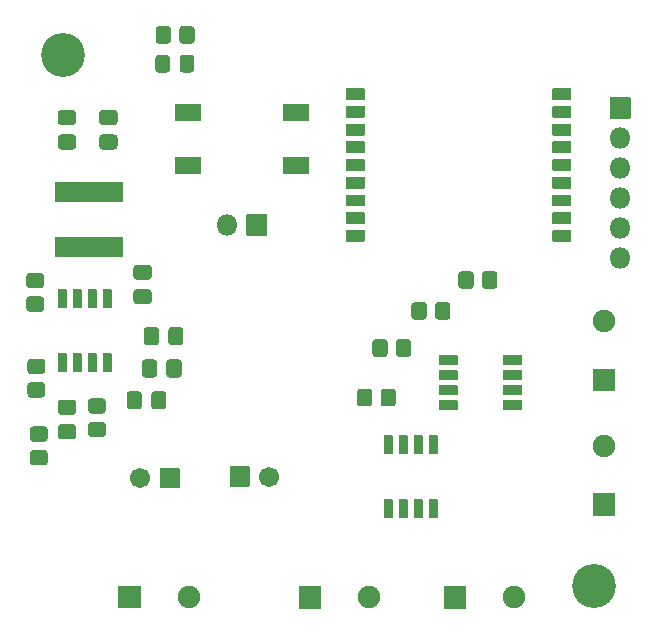
<source format=gts>
G04 #@! TF.GenerationSoftware,KiCad,Pcbnew,(5.1.8-0-10_14)*
G04 #@! TF.CreationDate,2021-10-21T22:22:27-07:00*
G04 #@! TF.ProjectId,ESP8266_12v_Relay,45535038-3236-4365-9f31-32765f52656c,rev?*
G04 #@! TF.SameCoordinates,Original*
G04 #@! TF.FileFunction,Soldermask,Top*
G04 #@! TF.FilePolarity,Negative*
%FSLAX46Y46*%
G04 Gerber Fmt 4.6, Leading zero omitted, Abs format (unit mm)*
G04 Created by KiCad (PCBNEW (5.1.8-0-10_14)) date 2021-10-21 22:22:27*
%MOMM*%
%LPD*%
G01*
G04 APERTURE LIST*
%ADD10C,3.716000*%
%ADD11C,1.901600*%
%ADD12O,1.801600X1.801600*%
%ADD13C,1.701600*%
G04 APERTURE END LIST*
G36*
G01*
X233287000Y-84566400D02*
X231787000Y-84566400D01*
G75*
G02*
X231736200Y-84515600I0J50800D01*
G01*
X231736200Y-83615600D01*
G75*
G02*
X231787000Y-83564800I50800J0D01*
G01*
X233287000Y-83564800D01*
G75*
G02*
X233337800Y-83615600I0J-50800D01*
G01*
X233337800Y-84515600D01*
G75*
G02*
X233287000Y-84566400I-50800J0D01*
G01*
G37*
G36*
G01*
X233287000Y-86066400D02*
X231787000Y-86066400D01*
G75*
G02*
X231736200Y-86015600I0J50800D01*
G01*
X231736200Y-85115600D01*
G75*
G02*
X231787000Y-85064800I50800J0D01*
G01*
X233287000Y-85064800D01*
G75*
G02*
X233337800Y-85115600I0J-50800D01*
G01*
X233337800Y-86015600D01*
G75*
G02*
X233287000Y-86066400I-50800J0D01*
G01*
G37*
G36*
G01*
X233287000Y-87566400D02*
X231787000Y-87566400D01*
G75*
G02*
X231736200Y-87515600I0J50800D01*
G01*
X231736200Y-86615600D01*
G75*
G02*
X231787000Y-86564800I50800J0D01*
G01*
X233287000Y-86564800D01*
G75*
G02*
X233337800Y-86615600I0J-50800D01*
G01*
X233337800Y-87515600D01*
G75*
G02*
X233287000Y-87566400I-50800J0D01*
G01*
G37*
G36*
G01*
X233287000Y-89066400D02*
X231787000Y-89066400D01*
G75*
G02*
X231736200Y-89015600I0J50800D01*
G01*
X231736200Y-88115600D01*
G75*
G02*
X231787000Y-88064800I50800J0D01*
G01*
X233287000Y-88064800D01*
G75*
G02*
X233337800Y-88115600I0J-50800D01*
G01*
X233337800Y-89015600D01*
G75*
G02*
X233287000Y-89066400I-50800J0D01*
G01*
G37*
G36*
G01*
X233287000Y-90566400D02*
X231787000Y-90566400D01*
G75*
G02*
X231736200Y-90515600I0J50800D01*
G01*
X231736200Y-89615600D01*
G75*
G02*
X231787000Y-89564800I50800J0D01*
G01*
X233287000Y-89564800D01*
G75*
G02*
X233337800Y-89615600I0J-50800D01*
G01*
X233337800Y-90515600D01*
G75*
G02*
X233287000Y-90566400I-50800J0D01*
G01*
G37*
G36*
G01*
X233287000Y-92066400D02*
X231787000Y-92066400D01*
G75*
G02*
X231736200Y-92015600I0J50800D01*
G01*
X231736200Y-91115600D01*
G75*
G02*
X231787000Y-91064800I50800J0D01*
G01*
X233287000Y-91064800D01*
G75*
G02*
X233337800Y-91115600I0J-50800D01*
G01*
X233337800Y-92015600D01*
G75*
G02*
X233287000Y-92066400I-50800J0D01*
G01*
G37*
G36*
G01*
X233287000Y-93566400D02*
X231787000Y-93566400D01*
G75*
G02*
X231736200Y-93515600I0J50800D01*
G01*
X231736200Y-92615600D01*
G75*
G02*
X231787000Y-92564800I50800J0D01*
G01*
X233287000Y-92564800D01*
G75*
G02*
X233337800Y-92615600I0J-50800D01*
G01*
X233337800Y-93515600D01*
G75*
G02*
X233287000Y-93566400I-50800J0D01*
G01*
G37*
G36*
G01*
X233287000Y-95066400D02*
X231787000Y-95066400D01*
G75*
G02*
X231736200Y-95015600I0J50800D01*
G01*
X231736200Y-94115600D01*
G75*
G02*
X231787000Y-94064800I50800J0D01*
G01*
X233287000Y-94064800D01*
G75*
G02*
X233337800Y-94115600I0J-50800D01*
G01*
X233337800Y-95015600D01*
G75*
G02*
X233287000Y-95066400I-50800J0D01*
G01*
G37*
G36*
G01*
X233287000Y-96566400D02*
X231787000Y-96566400D01*
G75*
G02*
X231736200Y-96515600I0J50800D01*
G01*
X231736200Y-95615600D01*
G75*
G02*
X231787000Y-95564800I50800J0D01*
G01*
X233287000Y-95564800D01*
G75*
G02*
X233337800Y-95615600I0J-50800D01*
G01*
X233337800Y-96515600D01*
G75*
G02*
X233287000Y-96566400I-50800J0D01*
G01*
G37*
G36*
G01*
X250787000Y-96566400D02*
X249287000Y-96566400D01*
G75*
G02*
X249236200Y-96515600I0J50800D01*
G01*
X249236200Y-95615600D01*
G75*
G02*
X249287000Y-95564800I50800J0D01*
G01*
X250787000Y-95564800D01*
G75*
G02*
X250837800Y-95615600I0J-50800D01*
G01*
X250837800Y-96515600D01*
G75*
G02*
X250787000Y-96566400I-50800J0D01*
G01*
G37*
G36*
G01*
X250787000Y-95066400D02*
X249287000Y-95066400D01*
G75*
G02*
X249236200Y-95015600I0J50800D01*
G01*
X249236200Y-94115600D01*
G75*
G02*
X249287000Y-94064800I50800J0D01*
G01*
X250787000Y-94064800D01*
G75*
G02*
X250837800Y-94115600I0J-50800D01*
G01*
X250837800Y-95015600D01*
G75*
G02*
X250787000Y-95066400I-50800J0D01*
G01*
G37*
G36*
G01*
X250787000Y-93566400D02*
X249287000Y-93566400D01*
G75*
G02*
X249236200Y-93515600I0J50800D01*
G01*
X249236200Y-92615600D01*
G75*
G02*
X249287000Y-92564800I50800J0D01*
G01*
X250787000Y-92564800D01*
G75*
G02*
X250837800Y-92615600I0J-50800D01*
G01*
X250837800Y-93515600D01*
G75*
G02*
X250787000Y-93566400I-50800J0D01*
G01*
G37*
G36*
G01*
X250787000Y-92066400D02*
X249287000Y-92066400D01*
G75*
G02*
X249236200Y-92015600I0J50800D01*
G01*
X249236200Y-91115600D01*
G75*
G02*
X249287000Y-91064800I50800J0D01*
G01*
X250787000Y-91064800D01*
G75*
G02*
X250837800Y-91115600I0J-50800D01*
G01*
X250837800Y-92015600D01*
G75*
G02*
X250787000Y-92066400I-50800J0D01*
G01*
G37*
G36*
G01*
X250787000Y-90566400D02*
X249287000Y-90566400D01*
G75*
G02*
X249236200Y-90515600I0J50800D01*
G01*
X249236200Y-89615600D01*
G75*
G02*
X249287000Y-89564800I50800J0D01*
G01*
X250787000Y-89564800D01*
G75*
G02*
X250837800Y-89615600I0J-50800D01*
G01*
X250837800Y-90515600D01*
G75*
G02*
X250787000Y-90566400I-50800J0D01*
G01*
G37*
G36*
G01*
X250787000Y-89066400D02*
X249287000Y-89066400D01*
G75*
G02*
X249236200Y-89015600I0J50800D01*
G01*
X249236200Y-88115600D01*
G75*
G02*
X249287000Y-88064800I50800J0D01*
G01*
X250787000Y-88064800D01*
G75*
G02*
X250837800Y-88115600I0J-50800D01*
G01*
X250837800Y-89015600D01*
G75*
G02*
X250787000Y-89066400I-50800J0D01*
G01*
G37*
G36*
G01*
X250787000Y-87566400D02*
X249287000Y-87566400D01*
G75*
G02*
X249236200Y-87515600I0J50800D01*
G01*
X249236200Y-86615600D01*
G75*
G02*
X249287000Y-86564800I50800J0D01*
G01*
X250787000Y-86564800D01*
G75*
G02*
X250837800Y-86615600I0J-50800D01*
G01*
X250837800Y-87515600D01*
G75*
G02*
X250787000Y-87566400I-50800J0D01*
G01*
G37*
G36*
G01*
X250787000Y-86066400D02*
X249287000Y-86066400D01*
G75*
G02*
X249236200Y-86015600I0J50800D01*
G01*
X249236200Y-85115600D01*
G75*
G02*
X249287000Y-85064800I50800J0D01*
G01*
X250787000Y-85064800D01*
G75*
G02*
X250837800Y-85115600I0J-50800D01*
G01*
X250837800Y-86015600D01*
G75*
G02*
X250787000Y-86066400I-50800J0D01*
G01*
G37*
G36*
G01*
X250787000Y-84566400D02*
X249287000Y-84566400D01*
G75*
G02*
X249236200Y-84515600I0J50800D01*
G01*
X249236200Y-83615600D01*
G75*
G02*
X249287000Y-83564800I50800J0D01*
G01*
X250787000Y-83564800D01*
G75*
G02*
X250837800Y-83615600I0J-50800D01*
G01*
X250837800Y-84515600D01*
G75*
G02*
X250787000Y-84566400I-50800J0D01*
G01*
G37*
D10*
X252730000Y-125730000D03*
G36*
G01*
X208631783Y-86672000D02*
X207623417Y-86672000D01*
G75*
G02*
X207351800Y-86400383I0J271617D01*
G01*
X207351800Y-85667017D01*
G75*
G02*
X207623417Y-85395400I271617J0D01*
G01*
X208631783Y-85395400D01*
G75*
G02*
X208903400Y-85667017I0J-271617D01*
G01*
X208903400Y-86400383D01*
G75*
G02*
X208631783Y-86672000I-271617J0D01*
G01*
G37*
G36*
G01*
X208631783Y-88747000D02*
X207623417Y-88747000D01*
G75*
G02*
X207351800Y-88475383I0J271617D01*
G01*
X207351800Y-87742017D01*
G75*
G02*
X207623417Y-87470400I271617J0D01*
G01*
X208631783Y-87470400D01*
G75*
G02*
X208903400Y-87742017I0J-271617D01*
G01*
X208903400Y-88475383D01*
G75*
G02*
X208631783Y-88747000I-271617J0D01*
G01*
G37*
G36*
G01*
X215032583Y-101853400D02*
X214024217Y-101853400D01*
G75*
G02*
X213752600Y-101581783I0J271617D01*
G01*
X213752600Y-100848417D01*
G75*
G02*
X214024217Y-100576800I271617J0D01*
G01*
X215032583Y-100576800D01*
G75*
G02*
X215304200Y-100848417I0J-271617D01*
G01*
X215304200Y-101581783D01*
G75*
G02*
X215032583Y-101853400I-271617J0D01*
G01*
G37*
G36*
G01*
X215032583Y-99778400D02*
X214024217Y-99778400D01*
G75*
G02*
X213752600Y-99506783I0J271617D01*
G01*
X213752600Y-98773417D01*
G75*
G02*
X214024217Y-98501800I271617J0D01*
G01*
X215032583Y-98501800D01*
G75*
G02*
X215304200Y-98773417I0J-271617D01*
G01*
X215304200Y-99506783D01*
G75*
G02*
X215032583Y-99778400I-271617J0D01*
G01*
G37*
G36*
G01*
X216553200Y-107793783D02*
X216553200Y-106785417D01*
G75*
G02*
X216824817Y-106513800I271617J0D01*
G01*
X217558183Y-106513800D01*
G75*
G02*
X217829800Y-106785417I0J-271617D01*
G01*
X217829800Y-107793783D01*
G75*
G02*
X217558183Y-108065400I-271617J0D01*
G01*
X216824817Y-108065400D01*
G75*
G02*
X216553200Y-107793783I0J271617D01*
G01*
G37*
G36*
G01*
X214478200Y-107793783D02*
X214478200Y-106785417D01*
G75*
G02*
X214749817Y-106513800I271617J0D01*
G01*
X215483183Y-106513800D01*
G75*
G02*
X215754800Y-106785417I0J-271617D01*
G01*
X215754800Y-107793783D01*
G75*
G02*
X215483183Y-108065400I-271617J0D01*
G01*
X214749817Y-108065400D01*
G75*
G02*
X214478200Y-107793783I0J271617D01*
G01*
G37*
G36*
G01*
X215261700Y-110486183D02*
X215261700Y-109477817D01*
G75*
G02*
X215533317Y-109206200I271617J0D01*
G01*
X216266683Y-109206200D01*
G75*
G02*
X216538300Y-109477817I0J-271617D01*
G01*
X216538300Y-110486183D01*
G75*
G02*
X216266683Y-110757800I-271617J0D01*
G01*
X215533317Y-110757800D01*
G75*
G02*
X215261700Y-110486183I0J271617D01*
G01*
G37*
G36*
G01*
X213186700Y-110486183D02*
X213186700Y-109477817D01*
G75*
G02*
X213458317Y-109206200I271617J0D01*
G01*
X214191683Y-109206200D01*
G75*
G02*
X214463300Y-109477817I0J-271617D01*
G01*
X214463300Y-110486183D01*
G75*
G02*
X214191683Y-110757800I-271617J0D01*
G01*
X213458317Y-110757800D01*
G75*
G02*
X213186700Y-110486183I0J271617D01*
G01*
G37*
G36*
G01*
X207623417Y-109931800D02*
X208631783Y-109931800D01*
G75*
G02*
X208903400Y-110203417I0J-271617D01*
G01*
X208903400Y-110936783D01*
G75*
G02*
X208631783Y-111208400I-271617J0D01*
G01*
X207623417Y-111208400D01*
G75*
G02*
X207351800Y-110936783I0J271617D01*
G01*
X207351800Y-110203417D01*
G75*
G02*
X207623417Y-109931800I271617J0D01*
G01*
G37*
G36*
G01*
X207623417Y-112006800D02*
X208631783Y-112006800D01*
G75*
G02*
X208903400Y-112278417I0J-271617D01*
G01*
X208903400Y-113011783D01*
G75*
G02*
X208631783Y-113283400I-271617J0D01*
G01*
X207623417Y-113283400D01*
G75*
G02*
X207351800Y-113011783I0J271617D01*
G01*
X207351800Y-112278417D01*
G75*
G02*
X207623417Y-112006800I271617J0D01*
G01*
G37*
D11*
X218440000Y-126644400D03*
G36*
G01*
X212489200Y-127544400D02*
X212489200Y-125744400D01*
G75*
G02*
X212540000Y-125693600I50800J0D01*
G01*
X214340000Y-125693600D01*
G75*
G02*
X214390800Y-125744400I0J-50800D01*
G01*
X214390800Y-127544400D01*
G75*
G02*
X214340000Y-127595200I-50800J0D01*
G01*
X212540000Y-127595200D01*
G75*
G02*
X212489200Y-127544400I0J50800D01*
G01*
G37*
D12*
X254965200Y-97942400D03*
X254965200Y-95402400D03*
X254965200Y-92862400D03*
X254965200Y-90322400D03*
X254965200Y-87782400D03*
G36*
G01*
X254064400Y-86092400D02*
X254064400Y-84392400D01*
G75*
G02*
X254115200Y-84341600I50800J0D01*
G01*
X255815200Y-84341600D01*
G75*
G02*
X255866000Y-84392400I0J-50800D01*
G01*
X255866000Y-86092400D01*
G75*
G02*
X255815200Y-86143200I-50800J0D01*
G01*
X254115200Y-86143200D01*
G75*
G02*
X254064400Y-86092400I0J50800D01*
G01*
G37*
G36*
G01*
X207106400Y-93136400D02*
X207106400Y-91536400D01*
G75*
G02*
X207157200Y-91485600I50800J0D01*
G01*
X212857200Y-91485600D01*
G75*
G02*
X212908000Y-91536400I0J-50800D01*
G01*
X212908000Y-93136400D01*
G75*
G02*
X212857200Y-93187200I-50800J0D01*
G01*
X207157200Y-93187200D01*
G75*
G02*
X207106400Y-93136400I0J50800D01*
G01*
G37*
G36*
G01*
X207106400Y-97836400D02*
X207106400Y-96236400D01*
G75*
G02*
X207157200Y-96185600I50800J0D01*
G01*
X212857200Y-96185600D01*
G75*
G02*
X212908000Y-96236400I0J-50800D01*
G01*
X212908000Y-97836400D01*
G75*
G02*
X212857200Y-97887200I-50800J0D01*
G01*
X207157200Y-97887200D01*
G75*
G02*
X207106400Y-97836400I0J50800D01*
G01*
G37*
G36*
G01*
X204955565Y-101187200D02*
X205914835Y-101187200D01*
G75*
G02*
X206186000Y-101458365I0J-271165D01*
G01*
X206186000Y-102217635D01*
G75*
G02*
X205914835Y-102488800I-271165J0D01*
G01*
X204955565Y-102488800D01*
G75*
G02*
X204684400Y-102217635I0J271165D01*
G01*
X204684400Y-101458365D01*
G75*
G02*
X204955565Y-101187200I271165J0D01*
G01*
G37*
G36*
G01*
X204955565Y-99187200D02*
X205914835Y-99187200D01*
G75*
G02*
X206186000Y-99458365I0J-271165D01*
G01*
X206186000Y-100217635D01*
G75*
G02*
X205914835Y-100488800I-271165J0D01*
G01*
X204955565Y-100488800D01*
G75*
G02*
X204684400Y-100217635I0J271165D01*
G01*
X204684400Y-99458365D01*
G75*
G02*
X204955565Y-99187200I271165J0D01*
G01*
G37*
G36*
G01*
X205057165Y-108451600D02*
X206016435Y-108451600D01*
G75*
G02*
X206287600Y-108722765I0J-271165D01*
G01*
X206287600Y-109482035D01*
G75*
G02*
X206016435Y-109753200I-271165J0D01*
G01*
X205057165Y-109753200D01*
G75*
G02*
X204786000Y-109482035I0J271165D01*
G01*
X204786000Y-108722765D01*
G75*
G02*
X205057165Y-108451600I271165J0D01*
G01*
G37*
G36*
G01*
X205057165Y-106451600D02*
X206016435Y-106451600D01*
G75*
G02*
X206287600Y-106722765I0J-271165D01*
G01*
X206287600Y-107482035D01*
G75*
G02*
X206016435Y-107753200I-271165J0D01*
G01*
X205057165Y-107753200D01*
G75*
G02*
X204786000Y-107482035I0J271165D01*
G01*
X204786000Y-106722765D01*
G75*
G02*
X205057165Y-106451600I271165J0D01*
G01*
G37*
G36*
G01*
X211147235Y-113106000D02*
X210187965Y-113106000D01*
G75*
G02*
X209916800Y-112834835I0J271165D01*
G01*
X209916800Y-112075565D01*
G75*
G02*
X210187965Y-111804400I271165J0D01*
G01*
X211147235Y-111804400D01*
G75*
G02*
X211418400Y-112075565I0J-271165D01*
G01*
X211418400Y-112834835D01*
G75*
G02*
X211147235Y-113106000I-271165J0D01*
G01*
G37*
G36*
G01*
X211147235Y-111106000D02*
X210187965Y-111106000D01*
G75*
G02*
X209916800Y-110834835I0J271165D01*
G01*
X209916800Y-110075565D01*
G75*
G02*
X210187965Y-109804400I271165J0D01*
G01*
X211147235Y-109804400D01*
G75*
G02*
X211418400Y-110075565I0J-271165D01*
G01*
X211418400Y-110834835D01*
G75*
G02*
X211147235Y-111106000I-271165J0D01*
G01*
G37*
G36*
G01*
X205260365Y-114192000D02*
X206219635Y-114192000D01*
G75*
G02*
X206490800Y-114463165I0J-271165D01*
G01*
X206490800Y-115222435D01*
G75*
G02*
X206219635Y-115493600I-271165J0D01*
G01*
X205260365Y-115493600D01*
G75*
G02*
X204989200Y-115222435I0J271165D01*
G01*
X204989200Y-114463165D01*
G75*
G02*
X205260365Y-114192000I271165J0D01*
G01*
G37*
G36*
G01*
X205260365Y-112192000D02*
X206219635Y-112192000D01*
G75*
G02*
X206490800Y-112463165I0J-271165D01*
G01*
X206490800Y-113222435D01*
G75*
G02*
X206219635Y-113493600I-271165J0D01*
G01*
X205260365Y-113493600D01*
G75*
G02*
X204989200Y-113222435I0J271165D01*
G01*
X204989200Y-112463165D01*
G75*
G02*
X205260365Y-112192000I271165J0D01*
G01*
G37*
G36*
G01*
X228561200Y-90859400D02*
X226461200Y-90859400D01*
G75*
G02*
X226410400Y-90808600I0J50800D01*
G01*
X226410400Y-89408600D01*
G75*
G02*
X226461200Y-89357800I50800J0D01*
G01*
X228561200Y-89357800D01*
G75*
G02*
X228612000Y-89408600I0J-50800D01*
G01*
X228612000Y-90808600D01*
G75*
G02*
X228561200Y-90859400I-50800J0D01*
G01*
G37*
G36*
G01*
X219461200Y-90859400D02*
X217361200Y-90859400D01*
G75*
G02*
X217310400Y-90808600I0J50800D01*
G01*
X217310400Y-89408600D01*
G75*
G02*
X217361200Y-89357800I50800J0D01*
G01*
X219461200Y-89357800D01*
G75*
G02*
X219512000Y-89408600I0J-50800D01*
G01*
X219512000Y-90808600D01*
G75*
G02*
X219461200Y-90859400I-50800J0D01*
G01*
G37*
G36*
G01*
X228561200Y-86359400D02*
X226461200Y-86359400D01*
G75*
G02*
X226410400Y-86308600I0J50800D01*
G01*
X226410400Y-84908600D01*
G75*
G02*
X226461200Y-84857800I50800J0D01*
G01*
X228561200Y-84857800D01*
G75*
G02*
X228612000Y-84908600I0J-50800D01*
G01*
X228612000Y-86308600D01*
G75*
G02*
X228561200Y-86359400I-50800J0D01*
G01*
G37*
G36*
G01*
X219461200Y-86359400D02*
X217361200Y-86359400D01*
G75*
G02*
X217310400Y-86308600I0J50800D01*
G01*
X217310400Y-84908600D01*
G75*
G02*
X217361200Y-84857800I50800J0D01*
G01*
X219461200Y-84857800D01*
G75*
G02*
X219512000Y-84908600I0J-50800D01*
G01*
X219512000Y-86308600D01*
G75*
G02*
X219461200Y-86359400I-50800J0D01*
G01*
G37*
G36*
G01*
X211155400Y-102139200D02*
X211155400Y-100639200D01*
G75*
G02*
X211206200Y-100588400I50800J0D01*
G01*
X211856200Y-100588400D01*
G75*
G02*
X211907000Y-100639200I0J-50800D01*
G01*
X211907000Y-102139200D01*
G75*
G02*
X211856200Y-102190000I-50800J0D01*
G01*
X211206200Y-102190000D01*
G75*
G02*
X211155400Y-102139200I0J50800D01*
G01*
G37*
G36*
G01*
X209885400Y-102139200D02*
X209885400Y-100639200D01*
G75*
G02*
X209936200Y-100588400I50800J0D01*
G01*
X210586200Y-100588400D01*
G75*
G02*
X210637000Y-100639200I0J-50800D01*
G01*
X210637000Y-102139200D01*
G75*
G02*
X210586200Y-102190000I-50800J0D01*
G01*
X209936200Y-102190000D01*
G75*
G02*
X209885400Y-102139200I0J50800D01*
G01*
G37*
G36*
G01*
X208615400Y-102139200D02*
X208615400Y-100639200D01*
G75*
G02*
X208666200Y-100588400I50800J0D01*
G01*
X209316200Y-100588400D01*
G75*
G02*
X209367000Y-100639200I0J-50800D01*
G01*
X209367000Y-102139200D01*
G75*
G02*
X209316200Y-102190000I-50800J0D01*
G01*
X208666200Y-102190000D01*
G75*
G02*
X208615400Y-102139200I0J50800D01*
G01*
G37*
G36*
G01*
X207345400Y-102139200D02*
X207345400Y-100639200D01*
G75*
G02*
X207396200Y-100588400I50800J0D01*
G01*
X208046200Y-100588400D01*
G75*
G02*
X208097000Y-100639200I0J-50800D01*
G01*
X208097000Y-102139200D01*
G75*
G02*
X208046200Y-102190000I-50800J0D01*
G01*
X207396200Y-102190000D01*
G75*
G02*
X207345400Y-102139200I0J50800D01*
G01*
G37*
G36*
G01*
X207345400Y-107539200D02*
X207345400Y-106039200D01*
G75*
G02*
X207396200Y-105988400I50800J0D01*
G01*
X208046200Y-105988400D01*
G75*
G02*
X208097000Y-106039200I0J-50800D01*
G01*
X208097000Y-107539200D01*
G75*
G02*
X208046200Y-107590000I-50800J0D01*
G01*
X207396200Y-107590000D01*
G75*
G02*
X207345400Y-107539200I0J50800D01*
G01*
G37*
G36*
G01*
X208615400Y-107539200D02*
X208615400Y-106039200D01*
G75*
G02*
X208666200Y-105988400I50800J0D01*
G01*
X209316200Y-105988400D01*
G75*
G02*
X209367000Y-106039200I0J-50800D01*
G01*
X209367000Y-107539200D01*
G75*
G02*
X209316200Y-107590000I-50800J0D01*
G01*
X208666200Y-107590000D01*
G75*
G02*
X208615400Y-107539200I0J50800D01*
G01*
G37*
G36*
G01*
X209885400Y-107539200D02*
X209885400Y-106039200D01*
G75*
G02*
X209936200Y-105988400I50800J0D01*
G01*
X210586200Y-105988400D01*
G75*
G02*
X210637000Y-106039200I0J-50800D01*
G01*
X210637000Y-107539200D01*
G75*
G02*
X210586200Y-107590000I-50800J0D01*
G01*
X209936200Y-107590000D01*
G75*
G02*
X209885400Y-107539200I0J50800D01*
G01*
G37*
G36*
G01*
X211155400Y-107539200D02*
X211155400Y-106039200D01*
G75*
G02*
X211206200Y-105988400I50800J0D01*
G01*
X211856200Y-105988400D01*
G75*
G02*
X211907000Y-106039200I0J-50800D01*
G01*
X211907000Y-107539200D01*
G75*
G02*
X211856200Y-107590000I-50800J0D01*
G01*
X211206200Y-107590000D01*
G75*
G02*
X211155400Y-107539200I0J50800D01*
G01*
G37*
G36*
G01*
X212136983Y-86672000D02*
X211128617Y-86672000D01*
G75*
G02*
X210857000Y-86400383I0J271617D01*
G01*
X210857000Y-85667017D01*
G75*
G02*
X211128617Y-85395400I271617J0D01*
G01*
X212136983Y-85395400D01*
G75*
G02*
X212408600Y-85667017I0J-271617D01*
G01*
X212408600Y-86400383D01*
G75*
G02*
X212136983Y-86672000I-271617J0D01*
G01*
G37*
G36*
G01*
X212136983Y-88747000D02*
X211128617Y-88747000D01*
G75*
G02*
X210857000Y-88475383I0J271617D01*
G01*
X210857000Y-87742017D01*
G75*
G02*
X211128617Y-87470400I271617J0D01*
G01*
X212136983Y-87470400D01*
G75*
G02*
X212408600Y-87742017I0J-271617D01*
G01*
X212408600Y-88475383D01*
G75*
G02*
X212136983Y-88747000I-271617J0D01*
G01*
G37*
G36*
G01*
X214630600Y-105050583D02*
X214630600Y-104042217D01*
G75*
G02*
X214902217Y-103770600I271617J0D01*
G01*
X215635583Y-103770600D01*
G75*
G02*
X215907200Y-104042217I0J-271617D01*
G01*
X215907200Y-105050583D01*
G75*
G02*
X215635583Y-105322200I-271617J0D01*
G01*
X214902217Y-105322200D01*
G75*
G02*
X214630600Y-105050583I0J271617D01*
G01*
G37*
G36*
G01*
X216705600Y-105050583D02*
X216705600Y-104042217D01*
G75*
G02*
X216977217Y-103770600I271617J0D01*
G01*
X217710583Y-103770600D01*
G75*
G02*
X217982200Y-104042217I0J-271617D01*
G01*
X217982200Y-105050583D01*
G75*
G02*
X217710583Y-105322200I-271617J0D01*
G01*
X216977217Y-105322200D01*
G75*
G02*
X216705600Y-105050583I0J271617D01*
G01*
G37*
D13*
X214314400Y-116586000D03*
G36*
G01*
X217665200Y-115786000D02*
X217665200Y-117386000D01*
G75*
G02*
X217614400Y-117436800I-50800J0D01*
G01*
X216014400Y-117436800D01*
G75*
G02*
X215963600Y-117386000I0J50800D01*
G01*
X215963600Y-115786000D01*
G75*
G02*
X216014400Y-115735200I50800J0D01*
G01*
X217614400Y-115735200D01*
G75*
G02*
X217665200Y-115786000I0J-50800D01*
G01*
G37*
G36*
G01*
X221896400Y-117233600D02*
X221896400Y-115633600D01*
G75*
G02*
X221947200Y-115582800I50800J0D01*
G01*
X223547200Y-115582800D01*
G75*
G02*
X223598000Y-115633600I0J-50800D01*
G01*
X223598000Y-117233600D01*
G75*
G02*
X223547200Y-117284400I-50800J0D01*
G01*
X221947200Y-117284400D01*
G75*
G02*
X221896400Y-117233600I0J50800D01*
G01*
G37*
X225247200Y-116433600D03*
D10*
X207772000Y-80772000D03*
G36*
G01*
X238765200Y-114509000D02*
X238765200Y-113009000D01*
G75*
G02*
X238816000Y-112958200I50800J0D01*
G01*
X239466000Y-112958200D01*
G75*
G02*
X239516800Y-113009000I0J-50800D01*
G01*
X239516800Y-114509000D01*
G75*
G02*
X239466000Y-114559800I-50800J0D01*
G01*
X238816000Y-114559800D01*
G75*
G02*
X238765200Y-114509000I0J50800D01*
G01*
G37*
G36*
G01*
X237495200Y-114509000D02*
X237495200Y-113009000D01*
G75*
G02*
X237546000Y-112958200I50800J0D01*
G01*
X238196000Y-112958200D01*
G75*
G02*
X238246800Y-113009000I0J-50800D01*
G01*
X238246800Y-114509000D01*
G75*
G02*
X238196000Y-114559800I-50800J0D01*
G01*
X237546000Y-114559800D01*
G75*
G02*
X237495200Y-114509000I0J50800D01*
G01*
G37*
G36*
G01*
X236225200Y-114509000D02*
X236225200Y-113009000D01*
G75*
G02*
X236276000Y-112958200I50800J0D01*
G01*
X236926000Y-112958200D01*
G75*
G02*
X236976800Y-113009000I0J-50800D01*
G01*
X236976800Y-114509000D01*
G75*
G02*
X236926000Y-114559800I-50800J0D01*
G01*
X236276000Y-114559800D01*
G75*
G02*
X236225200Y-114509000I0J50800D01*
G01*
G37*
G36*
G01*
X234955200Y-114509000D02*
X234955200Y-113009000D01*
G75*
G02*
X235006000Y-112958200I50800J0D01*
G01*
X235656000Y-112958200D01*
G75*
G02*
X235706800Y-113009000I0J-50800D01*
G01*
X235706800Y-114509000D01*
G75*
G02*
X235656000Y-114559800I-50800J0D01*
G01*
X235006000Y-114559800D01*
G75*
G02*
X234955200Y-114509000I0J50800D01*
G01*
G37*
G36*
G01*
X234955200Y-119909000D02*
X234955200Y-118409000D01*
G75*
G02*
X235006000Y-118358200I50800J0D01*
G01*
X235656000Y-118358200D01*
G75*
G02*
X235706800Y-118409000I0J-50800D01*
G01*
X235706800Y-119909000D01*
G75*
G02*
X235656000Y-119959800I-50800J0D01*
G01*
X235006000Y-119959800D01*
G75*
G02*
X234955200Y-119909000I0J50800D01*
G01*
G37*
G36*
G01*
X236225200Y-119909000D02*
X236225200Y-118409000D01*
G75*
G02*
X236276000Y-118358200I50800J0D01*
G01*
X236926000Y-118358200D01*
G75*
G02*
X236976800Y-118409000I0J-50800D01*
G01*
X236976800Y-119909000D01*
G75*
G02*
X236926000Y-119959800I-50800J0D01*
G01*
X236276000Y-119959800D01*
G75*
G02*
X236225200Y-119909000I0J50800D01*
G01*
G37*
G36*
G01*
X237495200Y-119909000D02*
X237495200Y-118409000D01*
G75*
G02*
X237546000Y-118358200I50800J0D01*
G01*
X238196000Y-118358200D01*
G75*
G02*
X238246800Y-118409000I0J-50800D01*
G01*
X238246800Y-119909000D01*
G75*
G02*
X238196000Y-119959800I-50800J0D01*
G01*
X237546000Y-119959800D01*
G75*
G02*
X237495200Y-119909000I0J50800D01*
G01*
G37*
G36*
G01*
X238765200Y-119909000D02*
X238765200Y-118409000D01*
G75*
G02*
X238816000Y-118358200I50800J0D01*
G01*
X239466000Y-118358200D01*
G75*
G02*
X239516800Y-118409000I0J-50800D01*
G01*
X239516800Y-119909000D01*
G75*
G02*
X239466000Y-119959800I-50800J0D01*
G01*
X238816000Y-119959800D01*
G75*
G02*
X238765200Y-119909000I0J50800D01*
G01*
G37*
D11*
X245969800Y-126669800D03*
G36*
G01*
X240019000Y-127569800D02*
X240019000Y-125769800D01*
G75*
G02*
X240069800Y-125719000I50800J0D01*
G01*
X241869800Y-125719000D01*
G75*
G02*
X241920600Y-125769800I0J-50800D01*
G01*
X241920600Y-127569800D01*
G75*
G02*
X241869800Y-127620600I-50800J0D01*
G01*
X240069800Y-127620600D01*
G75*
G02*
X240019000Y-127569800I0J50800D01*
G01*
G37*
G36*
G01*
X227776200Y-127569800D02*
X227776200Y-125769800D01*
G75*
G02*
X227827000Y-125719000I50800J0D01*
G01*
X229627000Y-125719000D01*
G75*
G02*
X229677800Y-125769800I0J-50800D01*
G01*
X229677800Y-127569800D01*
G75*
G02*
X229627000Y-127620600I-50800J0D01*
G01*
X227827000Y-127620600D01*
G75*
G02*
X227776200Y-127569800I0J50800D01*
G01*
G37*
X233727000Y-126669800D03*
G36*
G01*
X235277200Y-105082765D02*
X235277200Y-106042035D01*
G75*
G02*
X235006035Y-106313200I-271165J0D01*
G01*
X234246765Y-106313200D01*
G75*
G02*
X233975600Y-106042035I0J271165D01*
G01*
X233975600Y-105082765D01*
G75*
G02*
X234246765Y-104811600I271165J0D01*
G01*
X235006035Y-104811600D01*
G75*
G02*
X235277200Y-105082765I0J-271165D01*
G01*
G37*
G36*
G01*
X237277200Y-105082765D02*
X237277200Y-106042035D01*
G75*
G02*
X237006035Y-106313200I-271165J0D01*
G01*
X236246765Y-106313200D01*
G75*
G02*
X235975600Y-106042035I0J271165D01*
G01*
X235975600Y-105082765D01*
G75*
G02*
X236246765Y-104811600I271165J0D01*
G01*
X237006035Y-104811600D01*
G75*
G02*
X237277200Y-105082765I0J-271165D01*
G01*
G37*
G36*
G01*
X235981800Y-109273765D02*
X235981800Y-110233035D01*
G75*
G02*
X235710635Y-110504200I-271165J0D01*
G01*
X234951365Y-110504200D01*
G75*
G02*
X234680200Y-110233035I0J271165D01*
G01*
X234680200Y-109273765D01*
G75*
G02*
X234951365Y-109002600I271165J0D01*
G01*
X235710635Y-109002600D01*
G75*
G02*
X235981800Y-109273765I0J-271165D01*
G01*
G37*
G36*
G01*
X233981800Y-109273765D02*
X233981800Y-110233035D01*
G75*
G02*
X233710635Y-110504200I-271165J0D01*
G01*
X232951365Y-110504200D01*
G75*
G02*
X232680200Y-110233035I0J271165D01*
G01*
X232680200Y-109273765D01*
G75*
G02*
X232951365Y-109002600I271165J0D01*
G01*
X233710635Y-109002600D01*
G75*
G02*
X233981800Y-109273765I0J-271165D01*
G01*
G37*
G36*
G01*
X241179301Y-106979200D02*
X239654299Y-106979200D01*
G75*
G02*
X239603500Y-106928401I0J50799D01*
G01*
X239603500Y-106228399D01*
G75*
G02*
X239654299Y-106177600I50799J0D01*
G01*
X241179301Y-106177600D01*
G75*
G02*
X241230100Y-106228399I0J-50799D01*
G01*
X241230100Y-106928401D01*
G75*
G02*
X241179301Y-106979200I-50799J0D01*
G01*
G37*
G36*
G01*
X241179301Y-108249200D02*
X239654299Y-108249200D01*
G75*
G02*
X239603500Y-108198401I0J50799D01*
G01*
X239603500Y-107498399D01*
G75*
G02*
X239654299Y-107447600I50799J0D01*
G01*
X241179301Y-107447600D01*
G75*
G02*
X241230100Y-107498399I0J-50799D01*
G01*
X241230100Y-108198401D01*
G75*
G02*
X241179301Y-108249200I-50799J0D01*
G01*
G37*
G36*
G01*
X241179301Y-109519200D02*
X239654299Y-109519200D01*
G75*
G02*
X239603500Y-109468401I0J50799D01*
G01*
X239603500Y-108768399D01*
G75*
G02*
X239654299Y-108717600I50799J0D01*
G01*
X241179301Y-108717600D01*
G75*
G02*
X241230100Y-108768399I0J-50799D01*
G01*
X241230100Y-109468401D01*
G75*
G02*
X241179301Y-109519200I-50799J0D01*
G01*
G37*
G36*
G01*
X241179301Y-110789200D02*
X239654299Y-110789200D01*
G75*
G02*
X239603500Y-110738401I0J50799D01*
G01*
X239603500Y-110038399D01*
G75*
G02*
X239654299Y-109987600I50799J0D01*
G01*
X241179301Y-109987600D01*
G75*
G02*
X241230100Y-110038399I0J-50799D01*
G01*
X241230100Y-110738401D01*
G75*
G02*
X241179301Y-110789200I-50799J0D01*
G01*
G37*
G36*
G01*
X246603301Y-110789200D02*
X245078299Y-110789200D01*
G75*
G02*
X245027500Y-110738401I0J50799D01*
G01*
X245027500Y-110038399D01*
G75*
G02*
X245078299Y-109987600I50799J0D01*
G01*
X246603301Y-109987600D01*
G75*
G02*
X246654100Y-110038399I0J-50799D01*
G01*
X246654100Y-110738401D01*
G75*
G02*
X246603301Y-110789200I-50799J0D01*
G01*
G37*
G36*
G01*
X246603301Y-109519200D02*
X245078299Y-109519200D01*
G75*
G02*
X245027500Y-109468401I0J50799D01*
G01*
X245027500Y-108768399D01*
G75*
G02*
X245078299Y-108717600I50799J0D01*
G01*
X246603301Y-108717600D01*
G75*
G02*
X246654100Y-108768399I0J-50799D01*
G01*
X246654100Y-109468401D01*
G75*
G02*
X246603301Y-109519200I-50799J0D01*
G01*
G37*
G36*
G01*
X246603301Y-108249200D02*
X245078299Y-108249200D01*
G75*
G02*
X245027500Y-108198401I0J50799D01*
G01*
X245027500Y-107498399D01*
G75*
G02*
X245078299Y-107447600I50799J0D01*
G01*
X246603301Y-107447600D01*
G75*
G02*
X246654100Y-107498399I0J-50799D01*
G01*
X246654100Y-108198401D01*
G75*
G02*
X246603301Y-108249200I-50799J0D01*
G01*
G37*
G36*
G01*
X246603301Y-106979200D02*
X245078299Y-106979200D01*
G75*
G02*
X245027500Y-106928401I0J50799D01*
G01*
X245027500Y-106228399D01*
G75*
G02*
X245078299Y-106177600I50799J0D01*
G01*
X246603301Y-106177600D01*
G75*
G02*
X246654100Y-106228399I0J-50799D01*
G01*
X246654100Y-106928401D01*
G75*
G02*
X246603301Y-106979200I-50799J0D01*
G01*
G37*
X253619000Y-103280200D03*
G36*
G01*
X254519000Y-109231000D02*
X252719000Y-109231000D01*
G75*
G02*
X252668200Y-109180200I0J50800D01*
G01*
X252668200Y-107380200D01*
G75*
G02*
X252719000Y-107329400I50800J0D01*
G01*
X254519000Y-107329400D01*
G75*
G02*
X254569800Y-107380200I0J-50800D01*
G01*
X254569800Y-109180200D01*
G75*
G02*
X254519000Y-109231000I-50800J0D01*
G01*
G37*
G36*
G01*
X254493600Y-119772000D02*
X252693600Y-119772000D01*
G75*
G02*
X252642800Y-119721200I0J50800D01*
G01*
X252642800Y-117921200D01*
G75*
G02*
X252693600Y-117870400I50800J0D01*
G01*
X254493600Y-117870400D01*
G75*
G02*
X254544400Y-117921200I0J-50800D01*
G01*
X254544400Y-119721200D01*
G75*
G02*
X254493600Y-119772000I-50800J0D01*
G01*
G37*
X253593600Y-113821200D03*
G36*
G01*
X223355800Y-94247600D02*
X225055800Y-94247600D01*
G75*
G02*
X225106600Y-94298400I0J-50800D01*
G01*
X225106600Y-95998400D01*
G75*
G02*
X225055800Y-96049200I-50800J0D01*
G01*
X223355800Y-96049200D01*
G75*
G02*
X223305000Y-95998400I0J50800D01*
G01*
X223305000Y-94298400D01*
G75*
G02*
X223355800Y-94247600I50800J0D01*
G01*
G37*
D12*
X221665800Y-95148400D03*
G36*
G01*
X243274800Y-100276235D02*
X243274800Y-99316965D01*
G75*
G02*
X243545965Y-99045800I271165J0D01*
G01*
X244305235Y-99045800D01*
G75*
G02*
X244576400Y-99316965I0J-271165D01*
G01*
X244576400Y-100276235D01*
G75*
G02*
X244305235Y-100547400I-271165J0D01*
G01*
X243545965Y-100547400D01*
G75*
G02*
X243274800Y-100276235I0J271165D01*
G01*
G37*
G36*
G01*
X241274800Y-100276235D02*
X241274800Y-99316965D01*
G75*
G02*
X241545965Y-99045800I271165J0D01*
G01*
X242305235Y-99045800D01*
G75*
G02*
X242576400Y-99316965I0J-271165D01*
G01*
X242576400Y-100276235D01*
G75*
G02*
X242305235Y-100547400I-271165J0D01*
G01*
X241545965Y-100547400D01*
G75*
G02*
X241274800Y-100276235I0J271165D01*
G01*
G37*
G36*
G01*
X237296400Y-102892435D02*
X237296400Y-101933165D01*
G75*
G02*
X237567565Y-101662000I271165J0D01*
G01*
X238326835Y-101662000D01*
G75*
G02*
X238598000Y-101933165I0J-271165D01*
G01*
X238598000Y-102892435D01*
G75*
G02*
X238326835Y-103163600I-271165J0D01*
G01*
X237567565Y-103163600D01*
G75*
G02*
X237296400Y-102892435I0J271165D01*
G01*
G37*
G36*
G01*
X239296400Y-102892435D02*
X239296400Y-101933165D01*
G75*
G02*
X239567565Y-101662000I271165J0D01*
G01*
X240326835Y-101662000D01*
G75*
G02*
X240598000Y-101933165I0J-271165D01*
G01*
X240598000Y-102892435D01*
G75*
G02*
X240326835Y-103163600I-271165J0D01*
G01*
X239567565Y-103163600D01*
G75*
G02*
X239296400Y-102892435I0J271165D01*
G01*
G37*
G36*
G01*
X215611800Y-81961915D02*
X215611800Y-81004485D01*
G75*
G02*
X215883885Y-80732400I272085J0D01*
G01*
X216591315Y-80732400D01*
G75*
G02*
X216863400Y-81004485I0J-272085D01*
G01*
X216863400Y-81961915D01*
G75*
G02*
X216591315Y-82234000I-272085J0D01*
G01*
X215883885Y-82234000D01*
G75*
G02*
X215611800Y-81961915I0J272085D01*
G01*
G37*
G36*
G01*
X217661800Y-81961915D02*
X217661800Y-81004485D01*
G75*
G02*
X217933885Y-80732400I272085J0D01*
G01*
X218641315Y-80732400D01*
G75*
G02*
X218913400Y-81004485I0J-272085D01*
G01*
X218913400Y-81961915D01*
G75*
G02*
X218641315Y-82234000I-272085J0D01*
G01*
X217933885Y-82234000D01*
G75*
G02*
X217661800Y-81961915I0J272085D01*
G01*
G37*
G36*
G01*
X215630200Y-79524435D02*
X215630200Y-78565165D01*
G75*
G02*
X215901365Y-78294000I271165J0D01*
G01*
X216660635Y-78294000D01*
G75*
G02*
X216931800Y-78565165I0J-271165D01*
G01*
X216931800Y-79524435D01*
G75*
G02*
X216660635Y-79795600I-271165J0D01*
G01*
X215901365Y-79795600D01*
G75*
G02*
X215630200Y-79524435I0J271165D01*
G01*
G37*
G36*
G01*
X217630200Y-79524435D02*
X217630200Y-78565165D01*
G75*
G02*
X217901365Y-78294000I271165J0D01*
G01*
X218660635Y-78294000D01*
G75*
G02*
X218931800Y-78565165I0J-271165D01*
G01*
X218931800Y-79524435D01*
G75*
G02*
X218660635Y-79795600I-271165J0D01*
G01*
X217901365Y-79795600D01*
G75*
G02*
X217630200Y-79524435I0J271165D01*
G01*
G37*
M02*

</source>
